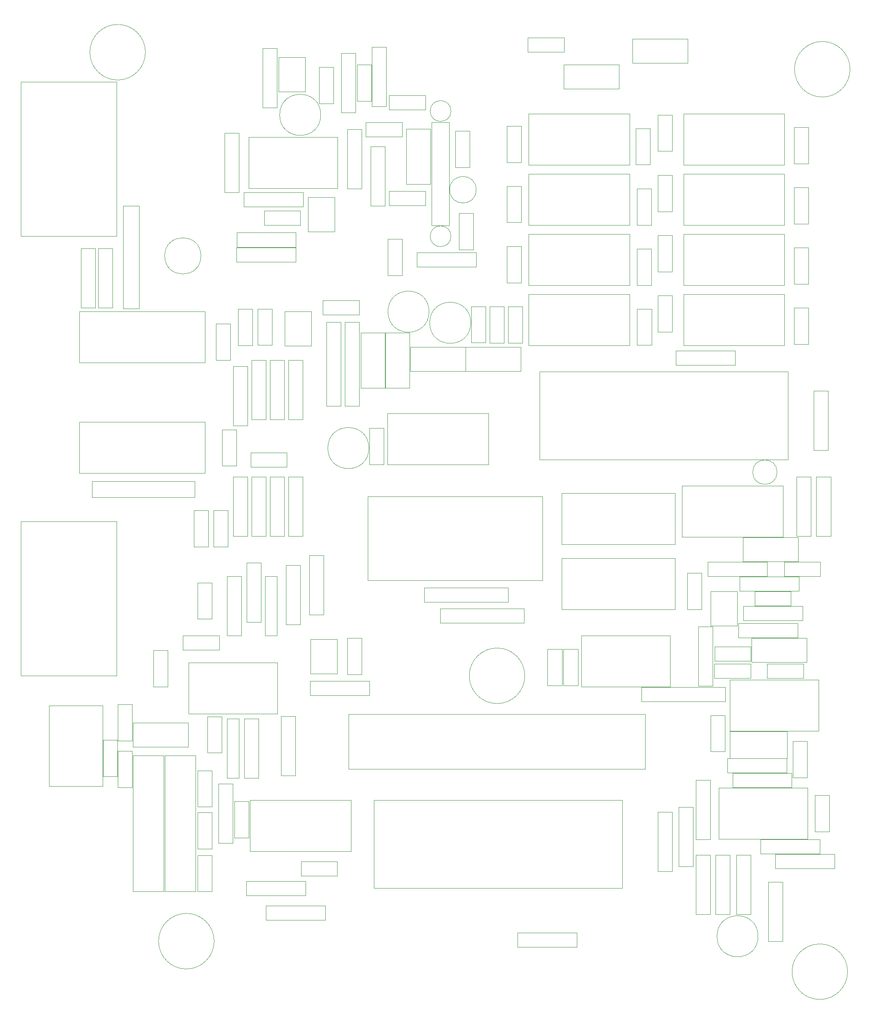
<source format=gbr>
%TF.GenerationSoftware,KiCad,Pcbnew,7.0.11-7.0.11~ubuntu22.04.1*%
%TF.CreationDate,2024-11-08T14:06:27-05:00*%
%TF.ProjectId,coleco_original_main_only,636f6c65-636f-45f6-9f72-6967696e616c,DEV*%
%TF.SameCoordinates,Original*%
%TF.FileFunction,Other,User*%
%FSLAX46Y46*%
G04 Gerber Fmt 4.6, Leading zero omitted, Abs format (unit mm)*
G04 Created by KiCad (PCBNEW 7.0.11-7.0.11~ubuntu22.04.1) date 2024-11-08 14:06:27*
%MOMM*%
%LPD*%
G01*
G04 APERTURE LIST*
%ADD10C,0.050000*%
%ADD11C,0.100000*%
G04 APERTURE END LIST*
D10*
%TO.C,C46*%
X40362000Y-164537000D02*
X37362000Y-164537000D01*
X37362000Y-164537000D02*
X37362000Y-172037000D01*
X40362000Y-172037000D02*
X40362000Y-164537000D01*
X37362000Y-172037000D02*
X40362000Y-172037000D01*
%TO.C,CR1*%
X59964000Y-179751000D02*
X62464000Y-179751000D01*
X62464000Y-179751000D02*
X62464000Y-167491000D01*
X59964000Y-167491000D02*
X59964000Y-179751000D01*
X62464000Y-167491000D02*
X59964000Y-167491000D01*
%TO.C,R23*%
X75160000Y-135741000D02*
X72160000Y-135741000D01*
X72160000Y-135741000D02*
X72160000Y-148001000D01*
X75160000Y-148001000D02*
X75160000Y-135741000D01*
X72160000Y-148001000D02*
X75160000Y-148001000D01*
%TO.C,U1*%
X141753000Y-184333000D02*
X90403000Y-184333000D01*
X90403000Y-184333000D02*
X90403000Y-202533000D01*
X141753000Y-202533000D02*
X141753000Y-184333000D01*
X90403000Y-202533000D02*
X141753000Y-202533000D01*
%TO.C,C92*%
X171764000Y-156119000D02*
X171764000Y-159119000D01*
X171764000Y-159119000D02*
X179264000Y-159119000D01*
X179264000Y-156119000D02*
X171764000Y-156119000D01*
X179264000Y-159119000D02*
X179264000Y-156119000D01*
%TO.C,C103*%
X87860000Y-150821000D02*
X84860000Y-150821000D01*
X84860000Y-150821000D02*
X84860000Y-158321000D01*
X87860000Y-158321000D02*
X87860000Y-150821000D01*
X84860000Y-158321000D02*
X87860000Y-158321000D01*
%TO.C,R39*%
X159478000Y-135037000D02*
X159478000Y-138037000D01*
X159478000Y-138037000D02*
X171738000Y-138037000D01*
X171738000Y-135037000D02*
X159478000Y-135037000D01*
X171738000Y-138037000D02*
X171738000Y-135037000D01*
%TO.C,C49*%
X56872000Y-195739000D02*
X53872000Y-195739000D01*
X53872000Y-195739000D02*
X53872000Y-203239000D01*
X56872000Y-203239000D02*
X56872000Y-195739000D01*
X53872000Y-203239000D02*
X56872000Y-203239000D01*
%TO.C,C31*%
X152122000Y-67509000D02*
X149122000Y-67509000D01*
X149122000Y-67509000D02*
X149122000Y-75009000D01*
X152122000Y-75009000D02*
X152122000Y-67509000D01*
X149122000Y-75009000D02*
X152122000Y-75009000D01*
%TO.C,H14*%
X106324000Y-67669000D02*
G75*
G03*
X102024000Y-67669000I-2150000J0D01*
G01*
X102024000Y-67669000D02*
G75*
G03*
X106324000Y-67669000I2150000J0D01*
G01*
%TO.C,R13*%
X166082000Y-138085000D02*
X166082000Y-141085000D01*
X166082000Y-141085000D02*
X178342000Y-141085000D01*
X178342000Y-138085000D02*
X166082000Y-138085000D01*
X178342000Y-141085000D02*
X178342000Y-138085000D01*
%TO.C,C90*%
X160882000Y-152563000D02*
X160882000Y-155563000D01*
X160882000Y-155563000D02*
X168382000Y-155563000D01*
X168382000Y-152563000D02*
X160882000Y-152563000D01*
X168382000Y-155563000D02*
X168382000Y-152563000D01*
%TO.C,Q4*%
X77464000Y-83203000D02*
X71904000Y-83203000D01*
X77464000Y-83203000D02*
X77464000Y-90303000D01*
X71904000Y-90303000D02*
X71904000Y-83203000D01*
X71904000Y-90303000D02*
X77464000Y-90303000D01*
%TO.C,C1*%
X180062000Y-172157000D02*
X177062000Y-172157000D01*
X177062000Y-172157000D02*
X177062000Y-179657000D01*
X180062000Y-179657000D02*
X180062000Y-172157000D01*
X177062000Y-179657000D02*
X180062000Y-179657000D01*
%TO.C,C91*%
X160842000Y-156119000D02*
X160842000Y-159119000D01*
X160842000Y-159119000D02*
X168342000Y-159119000D01*
X168342000Y-156119000D02*
X160842000Y-156119000D01*
X168342000Y-159119000D02*
X168342000Y-156119000D01*
%TO.C,C65*%
X58360000Y-153277000D02*
X58360000Y-150277000D01*
X58360000Y-150277000D02*
X50860000Y-150277000D01*
X50860000Y-153277000D02*
X58360000Y-153277000D01*
X50860000Y-150277000D02*
X50860000Y-153277000D01*
%TO.C,U2*%
X125238000Y-121512000D02*
X89138000Y-121512000D01*
X89138000Y-121512000D02*
X89138000Y-138862000D01*
X125238000Y-138862000D02*
X125238000Y-121512000D01*
X89138000Y-138862000D02*
X125238000Y-138862000D01*
%TO.C,C8*%
X64492000Y-184603000D02*
X61492000Y-184603000D01*
X61492000Y-184603000D02*
X61492000Y-192103000D01*
X64492000Y-192103000D02*
X64492000Y-184603000D01*
X61492000Y-192103000D02*
X64492000Y-192103000D01*
%TO.C,L17*%
X178156000Y-134973000D02*
X178156000Y-129973000D01*
X178156000Y-129973000D02*
X166776000Y-129973000D01*
X166776000Y-134973000D02*
X178156000Y-134973000D01*
X166776000Y-129973000D02*
X166776000Y-134973000D01*
%TO.C,J5*%
X37112331Y-35751000D02*
X17312331Y-35751000D01*
X17312331Y-35751000D02*
X17312331Y-67651000D01*
X37112331Y-67651000D02*
X37112331Y-35751000D01*
X17312331Y-67651000D02*
X37112331Y-67651000D01*
%TO.C,C36*%
X101786000Y-83273094D02*
G75*
G03*
X93286000Y-83273094I-4250000J0D01*
G01*
X93286000Y-83273094D02*
G75*
G03*
X101786000Y-83273094I4250000J0D01*
G01*
%TO.C,UR25*%
X38482000Y-82621000D02*
X41782000Y-82621000D01*
X41782000Y-82621000D02*
X41782000Y-61421000D01*
X38482000Y-61421000D02*
X38482000Y-82621000D01*
X41782000Y-61421000D02*
X38482000Y-61421000D01*
%TO.C,C48*%
X40362000Y-174189000D02*
X37362000Y-174189000D01*
X37362000Y-174189000D02*
X37362000Y-181689000D01*
X40362000Y-181689000D02*
X40362000Y-174189000D01*
X37362000Y-181689000D02*
X40362000Y-181689000D01*
%TO.C,R8*%
X164060000Y-195685000D02*
X161060000Y-195685000D01*
X161060000Y-195685000D02*
X161060000Y-207945000D01*
X164060000Y-207945000D02*
X164060000Y-195685000D01*
X161060000Y-207945000D02*
X164060000Y-207945000D01*
%TO.C,R67*%
X29742000Y-82469000D02*
X32742000Y-82469000D01*
X32742000Y-82469000D02*
X32742000Y-70209000D01*
X29742000Y-70209000D02*
X29742000Y-82469000D01*
X32742000Y-70209000D02*
X29742000Y-70209000D01*
%TO.C,R34*%
X72668000Y-105583000D02*
X75668000Y-105583000D01*
X75668000Y-105583000D02*
X75668000Y-93323000D01*
X72668000Y-93323000D02*
X72668000Y-105583000D01*
X75668000Y-93323000D02*
X72668000Y-93323000D01*
%TO.C,C4*%
X169184000Y-141133000D02*
X169184000Y-144133000D01*
X169184000Y-144133000D02*
X176684000Y-144133000D01*
X176684000Y-141133000D02*
X169184000Y-141133000D01*
X176684000Y-144133000D02*
X176684000Y-141133000D01*
%TO.C,C11*%
X181634000Y-190833000D02*
X184634000Y-190833000D01*
X184634000Y-190833000D02*
X184634000Y-183333000D01*
X181634000Y-183333000D02*
X181634000Y-190833000D01*
X184634000Y-183333000D02*
X181634000Y-183333000D01*
%TO.C,C50*%
X56872000Y-178213000D02*
X53872000Y-178213000D01*
X53872000Y-178213000D02*
X53872000Y-185713000D01*
X56872000Y-185713000D02*
X56872000Y-178213000D01*
X53872000Y-185713000D02*
X56872000Y-185713000D01*
%TO.C,R48*%
X61976000Y-66931000D02*
X61976000Y-69931000D01*
X61976000Y-69931000D02*
X74236000Y-69931000D01*
X74236000Y-66931000D02*
X61976000Y-66931000D01*
X74236000Y-69931000D02*
X74236000Y-66931000D01*
%TO.C,R35*%
X156996000Y-192451000D02*
X159996000Y-192451000D01*
X159996000Y-192451000D02*
X159996000Y-180191000D01*
X156996000Y-180191000D02*
X156996000Y-192451000D01*
X159996000Y-180191000D02*
X156996000Y-180191000D01*
%TO.C,C100*%
X93532000Y-38517000D02*
X93532000Y-41517000D01*
X93532000Y-41517000D02*
X101032000Y-41517000D01*
X101032000Y-38517000D02*
X93532000Y-38517000D01*
X101032000Y-41517000D02*
X101032000Y-38517000D01*
%TO.C,C40*%
X120880000Y-69795000D02*
X117880000Y-69795000D01*
X117880000Y-69795000D02*
X117880000Y-77295000D01*
X120880000Y-77295000D02*
X120880000Y-69795000D01*
X117880000Y-77295000D02*
X120880000Y-77295000D01*
%TO.C,R72*%
X64238000Y-94593000D02*
X61238000Y-94593000D01*
X61238000Y-94593000D02*
X61238000Y-106853000D01*
X64238000Y-106853000D02*
X64238000Y-94593000D01*
X61238000Y-106853000D02*
X64238000Y-106853000D01*
%TO.C,U24*%
X70384000Y-155915000D02*
X52034000Y-155915000D01*
X52034000Y-155915000D02*
X52034000Y-166465000D01*
X70384000Y-166465000D02*
X70384000Y-155915000D01*
X52034000Y-166465000D02*
X70384000Y-166465000D01*
%TO.C,U7*%
X180112000Y-181823000D02*
X161762000Y-181823000D01*
X161762000Y-181823000D02*
X161762000Y-192373000D01*
X180112000Y-192373000D02*
X180112000Y-181823000D01*
X161762000Y-192373000D02*
X180112000Y-192373000D01*
%TO.C,U6*%
X175017000Y-119324000D02*
X154167000Y-119324000D01*
X154167000Y-119324000D02*
X154167000Y-129874000D01*
X175017000Y-129874000D02*
X175017000Y-119324000D01*
X154167000Y-129874000D02*
X175017000Y-129874000D01*
%TO.C,C2*%
X82784000Y-200013000D02*
X82784000Y-197013000D01*
X82784000Y-197013000D02*
X75284000Y-197013000D01*
X75284000Y-200013000D02*
X82784000Y-200013000D01*
X75284000Y-197013000D02*
X75284000Y-200013000D01*
%TO.C,L9*%
X141072000Y-37183000D02*
X141072000Y-32183000D01*
X141072000Y-32183000D02*
X129692000Y-32183000D01*
X129692000Y-37183000D02*
X141072000Y-37183000D01*
X129692000Y-32183000D02*
X129692000Y-37183000D01*
%TO.C,H5*%
X121608000Y-158601000D02*
G75*
G03*
X110108000Y-158601000I-5750000J0D01*
G01*
X110108000Y-158601000D02*
G75*
G03*
X121608000Y-158601000I5750000J0D01*
G01*
%TO.C,C60*%
X79816000Y-80935000D02*
X79816000Y-83935000D01*
X79816000Y-83935000D02*
X87316000Y-83935000D01*
X87316000Y-80935000D02*
X79816000Y-80935000D01*
X87316000Y-83935000D02*
X87316000Y-80935000D01*
%TO.C,R14*%
X80298000Y-209157000D02*
X80298000Y-206157000D01*
X80298000Y-206157000D02*
X68038000Y-206157000D01*
X68038000Y-209157000D02*
X80298000Y-209157000D01*
X68038000Y-206157000D02*
X68038000Y-209157000D01*
%TO.C,R49*%
X74202000Y-73013000D02*
X74202000Y-70013000D01*
X74202000Y-70013000D02*
X61942000Y-70013000D01*
X61942000Y-73013000D02*
X74202000Y-73013000D01*
X61942000Y-70013000D02*
X61942000Y-73013000D01*
%TO.C,U22*%
X182403000Y-159456000D02*
X164053000Y-159456000D01*
X164053000Y-159456000D02*
X164053000Y-170006000D01*
X182403000Y-170006000D02*
X182403000Y-159456000D01*
X164053000Y-170006000D02*
X182403000Y-170006000D01*
%TO.C,C26*%
X180316000Y-57603000D02*
X177316000Y-57603000D01*
X177316000Y-57603000D02*
X177316000Y-65103000D01*
X180316000Y-65103000D02*
X180316000Y-57603000D01*
X177316000Y-65103000D02*
X180316000Y-65103000D01*
%TO.C,R19*%
X71858000Y-93323000D02*
X68858000Y-93323000D01*
X68858000Y-93323000D02*
X68858000Y-105583000D01*
X71858000Y-105583000D02*
X71858000Y-93323000D01*
X68858000Y-105583000D02*
X71858000Y-105583000D01*
%TO.C,L5*%
X47142000Y-203165000D02*
X53442000Y-203165000D01*
X53442000Y-203165000D02*
X53442000Y-175065000D01*
X47142000Y-175065000D02*
X47142000Y-203165000D01*
X53442000Y-175065000D02*
X47142000Y-175065000D01*
%TO.C,R25*%
X72668000Y-129713000D02*
X75668000Y-129713000D01*
X75668000Y-129713000D02*
X75668000Y-117453000D01*
X72668000Y-117453000D02*
X72668000Y-129713000D01*
X75668000Y-117453000D02*
X72668000Y-117453000D01*
%TO.C,C32*%
X120880000Y-44903000D02*
X117880000Y-44903000D01*
X117880000Y-44903000D02*
X117880000Y-52403000D01*
X120880000Y-52403000D02*
X120880000Y-44903000D01*
X117880000Y-52403000D02*
X120880000Y-52403000D01*
%TO.C,H13*%
X54584000Y-71733000D02*
G75*
G03*
X47084000Y-71733000I-3750000J0D01*
G01*
X47084000Y-71733000D02*
G75*
G03*
X54584000Y-71733000I3750000J0D01*
G01*
%TO.C,C28*%
X152122000Y-55063000D02*
X149122000Y-55063000D01*
X149122000Y-55063000D02*
X149122000Y-62563000D01*
X152122000Y-62563000D02*
X152122000Y-55063000D01*
X149122000Y-62563000D02*
X152122000Y-62563000D01*
%TO.C,R12*%
X76234000Y-204077000D02*
X76234000Y-201077000D01*
X76234000Y-201077000D02*
X63974000Y-201077000D01*
X63974000Y-204077000D02*
X76234000Y-204077000D01*
X63974000Y-201077000D02*
X63974000Y-204077000D01*
%TO.C,C64*%
X79018000Y-40211000D02*
X82018000Y-40211000D01*
X82018000Y-40211000D02*
X82018000Y-32711000D01*
X79018000Y-32711000D02*
X79018000Y-40211000D01*
X82018000Y-32711000D02*
X79018000Y-32711000D01*
%TO.C,C37*%
X120880000Y-57309000D02*
X117880000Y-57309000D01*
X117880000Y-57309000D02*
X117880000Y-64809000D01*
X120880000Y-64809000D02*
X120880000Y-57309000D01*
X117880000Y-64809000D02*
X120880000Y-64809000D01*
%TO.C,H1*%
X57312000Y-213499000D02*
G75*
G03*
X45812000Y-213499000I-5750000J0D01*
G01*
X45812000Y-213499000D02*
G75*
G03*
X57312000Y-213499000I5750000J0D01*
G01*
%TO.C,L2*%
X97942000Y-90603000D02*
X97942000Y-95603000D01*
X97942000Y-95603000D02*
X109322000Y-95603000D01*
X109322000Y-90603000D02*
X97942000Y-90603000D01*
X109322000Y-95603000D02*
X109322000Y-90603000D01*
%TO.C,C87*%
X111551774Y-58051000D02*
G75*
G03*
X106051774Y-58051000I-2750000J0D01*
G01*
X106051774Y-58051000D02*
G75*
G03*
X111551774Y-58051000I2750000J0D01*
G01*
%TO.C,R62*%
X160504000Y-148441000D02*
X157504000Y-148441000D01*
X157504000Y-148441000D02*
X157504000Y-160701000D01*
X160504000Y-160701000D02*
X160504000Y-148441000D01*
X157504000Y-160701000D02*
X160504000Y-160701000D01*
%TO.C,Q6*%
X70626000Y-37725000D02*
X76186000Y-37725000D01*
X70626000Y-37725000D02*
X70626000Y-30625000D01*
X76186000Y-30625000D02*
X76186000Y-37725000D01*
X76186000Y-30625000D02*
X70626000Y-30625000D01*
%TO.C,R75*%
X175802000Y-178677000D02*
X175802000Y-175677000D01*
X175802000Y-175677000D02*
X163542000Y-175677000D01*
X163542000Y-178677000D02*
X175802000Y-178677000D01*
X163542000Y-175677000D02*
X163542000Y-178677000D01*
%TO.C,J6*%
X37112331Y-126683000D02*
X17312331Y-126683000D01*
X17312331Y-126683000D02*
X17312331Y-158583000D01*
X37112331Y-158583000D02*
X37112331Y-126683000D01*
X17312331Y-158583000D02*
X37112331Y-158583000D01*
%TO.C,R26*%
X132368000Y-214745000D02*
X132368000Y-211745000D01*
X132368000Y-211745000D02*
X120108000Y-211745000D01*
X120108000Y-214745000D02*
X132368000Y-214745000D01*
X120108000Y-211745000D02*
X120108000Y-214745000D01*
%TO.C,C102*%
X69318000Y-82709000D02*
X66318000Y-82709000D01*
X66318000Y-82709000D02*
X66318000Y-90209000D01*
X69318000Y-90209000D02*
X69318000Y-82709000D01*
X66318000Y-90209000D02*
X69318000Y-90209000D01*
%TO.C,L3*%
X109372000Y-90603000D02*
X109372000Y-95603000D01*
X109372000Y-95603000D02*
X120752000Y-95603000D01*
X120752000Y-90603000D02*
X109372000Y-90603000D01*
X120752000Y-95603000D02*
X120752000Y-90603000D01*
%TO.C,U8*%
X151669000Y-150312000D02*
X133319000Y-150312000D01*
X133319000Y-150312000D02*
X133319000Y-160862000D01*
X151669000Y-160862000D02*
X151669000Y-150312000D01*
X133319000Y-160862000D02*
X151669000Y-160862000D01*
%TO.C,R55*%
X59460000Y-58593000D02*
X62460000Y-58593000D01*
X62460000Y-58593000D02*
X62460000Y-46333000D01*
X59460000Y-46333000D02*
X59460000Y-58593000D01*
X62460000Y-46333000D02*
X59460000Y-46333000D01*
%TO.C,R43*%
X70334000Y-28807000D02*
X67334000Y-28807000D01*
X67334000Y-28807000D02*
X67334000Y-41067000D01*
X70334000Y-41067000D02*
X70334000Y-28807000D01*
X67334000Y-41067000D02*
X70334000Y-41067000D01*
%TO.C,C34*%
X110422000Y-85571423D02*
G75*
G03*
X101922000Y-85571423I-4250000J0D01*
G01*
X101922000Y-85571423D02*
G75*
G03*
X110422000Y-85571423I4250000J0D01*
G01*
%TO.C,WJ3*%
X83542000Y-85449000D02*
X80542000Y-85449000D01*
X80542000Y-85449000D02*
X80542000Y-102789000D01*
X83542000Y-102789000D02*
X83542000Y-85449000D01*
X80542000Y-102789000D02*
X83542000Y-102789000D01*
%TO.C,R60*%
X177824000Y-129713000D02*
X180824000Y-129713000D01*
X180824000Y-129713000D02*
X180824000Y-117453000D01*
X177824000Y-117453000D02*
X177824000Y-129713000D01*
X180824000Y-117453000D02*
X177824000Y-117453000D01*
%TO.C,C24*%
X147804000Y-57857000D02*
X144804000Y-57857000D01*
X144804000Y-57857000D02*
X144804000Y-65357000D01*
X147804000Y-65357000D02*
X147804000Y-57857000D01*
X144804000Y-65357000D02*
X147804000Y-65357000D01*
%TO.C,R71*%
X79986000Y-133709000D02*
X76986000Y-133709000D01*
X76986000Y-133709000D02*
X76986000Y-145969000D01*
X79986000Y-145969000D02*
X79986000Y-133709000D01*
X76986000Y-145969000D02*
X79986000Y-145969000D01*
%TO.C,U4*%
X152670000Y-134310000D02*
X129270000Y-134310000D01*
X129270000Y-134310000D02*
X129270000Y-144860000D01*
X152670000Y-144860000D02*
X152670000Y-134310000D01*
X129270000Y-144860000D02*
X152670000Y-144860000D01*
%TO.C,R17*%
X153440000Y-198039000D02*
X156440000Y-198039000D01*
X156440000Y-198039000D02*
X156440000Y-185779000D01*
X153440000Y-185779000D02*
X153440000Y-198039000D01*
X156440000Y-185779000D02*
X153440000Y-185779000D01*
%TO.C,C22*%
X152122000Y-42577000D02*
X149122000Y-42577000D01*
X149122000Y-42577000D02*
X149122000Y-50077000D01*
X152122000Y-50077000D02*
X152122000Y-42577000D01*
X149122000Y-50077000D02*
X152122000Y-50077000D01*
%TO.C,R69*%
X65048000Y-105583000D02*
X68048000Y-105583000D01*
X68048000Y-105583000D02*
X68048000Y-93323000D01*
X65048000Y-93323000D02*
X65048000Y-105583000D01*
X68048000Y-93323000D02*
X65048000Y-93323000D01*
%TO.C,C68*%
X79374698Y-42557000D02*
G75*
G03*
X70874698Y-42557000I-4250000J0D01*
G01*
X70874698Y-42557000D02*
G75*
G03*
X79374698Y-42557000I4250000J0D01*
G01*
%TO.C,C29*%
X180316000Y-70049000D02*
X177316000Y-70049000D01*
X177316000Y-70049000D02*
X177316000Y-77549000D01*
X180316000Y-77549000D02*
X180316000Y-70049000D01*
X177316000Y-77549000D02*
X180316000Y-77549000D01*
%TO.C,C42*%
X114324000Y-89741000D02*
X117324000Y-89741000D01*
X117324000Y-89741000D02*
X117324000Y-82241000D01*
X114324000Y-82241000D02*
X114324000Y-89741000D01*
X117324000Y-82241000D02*
X114324000Y-82241000D01*
%TO.C,U20*%
X93207000Y-114888000D02*
X114057000Y-114888000D01*
X114057000Y-114888000D02*
X114057000Y-104338000D01*
X93207000Y-104338000D02*
X93207000Y-114888000D01*
X114057000Y-104338000D02*
X93207000Y-104338000D01*
%TO.C,R22*%
X68048000Y-117453000D02*
X65048000Y-117453000D01*
X65048000Y-117453000D02*
X65048000Y-129713000D01*
X68048000Y-129713000D02*
X68048000Y-117453000D01*
X65048000Y-129713000D02*
X68048000Y-129713000D01*
%TO.C,U3*%
X152670000Y-120848000D02*
X129270000Y-120848000D01*
X129270000Y-120848000D02*
X129270000Y-131398000D01*
X152670000Y-131398000D02*
X152670000Y-120848000D01*
X129270000Y-131398000D02*
X152670000Y-131398000D01*
%TO.C,U19*%
X55398000Y-83271000D02*
X29448000Y-83271000D01*
X29448000Y-83271000D02*
X29448000Y-93821000D01*
X55398000Y-93821000D02*
X55398000Y-83271000D01*
X29448000Y-93821000D02*
X55398000Y-93821000D01*
%TO.C,Y1*%
X175910000Y-175659000D02*
X175910000Y-170059000D01*
X175910000Y-170059000D02*
X164010000Y-170059000D01*
X164010000Y-175659000D02*
X175910000Y-175659000D01*
X164010000Y-170059000D02*
X164010000Y-175659000D01*
%TO.C,C41*%
X113514000Y-82201000D02*
X110514000Y-82201000D01*
X110514000Y-82201000D02*
X110514000Y-89701000D01*
X113514000Y-89701000D02*
X113514000Y-82201000D01*
X110514000Y-89701000D02*
X113514000Y-89701000D01*
%TO.C,R5*%
X164592000Y-178725000D02*
X164592000Y-181725000D01*
X164592000Y-181725000D02*
X176852000Y-181725000D01*
X176852000Y-178725000D02*
X164592000Y-178725000D01*
X176852000Y-181725000D02*
X176852000Y-178725000D01*
%TO.C,R79*%
X75726000Y-61583000D02*
X75726000Y-58583000D01*
X75726000Y-58583000D02*
X63466000Y-58583000D01*
X63466000Y-61583000D02*
X75726000Y-61583000D01*
X63466000Y-58583000D02*
X63466000Y-61583000D01*
%TO.C,C21*%
X147550000Y-45371000D02*
X144550000Y-45371000D01*
X144550000Y-45371000D02*
X144550000Y-52871000D01*
X147550000Y-52871000D02*
X147550000Y-45371000D01*
X144550000Y-52871000D02*
X147550000Y-52871000D01*
%TO.C,C99*%
X56872000Y-139351000D02*
X53872000Y-139351000D01*
X53872000Y-139351000D02*
X53872000Y-146851000D01*
X56872000Y-146851000D02*
X56872000Y-139351000D01*
X53872000Y-146851000D02*
X56872000Y-146851000D01*
%TO.C,C13*%
X158218000Y-137359000D02*
X155218000Y-137359000D01*
X155218000Y-137359000D02*
X155218000Y-144859000D01*
X158218000Y-144859000D02*
X158218000Y-137359000D01*
X155218000Y-144859000D02*
X158218000Y-144859000D01*
%TO.C,C57*%
X107212000Y-53419000D02*
X110212000Y-53419000D01*
X110212000Y-53419000D02*
X110212000Y-45919000D01*
X107212000Y-45919000D02*
X107212000Y-53419000D01*
X110212000Y-45919000D02*
X107212000Y-45919000D01*
%TO.C,Q3*%
X82282000Y-59581000D02*
X76722000Y-59581000D01*
X82282000Y-59581000D02*
X82282000Y-66681000D01*
X76722000Y-66681000D02*
X76722000Y-59581000D01*
X76722000Y-66681000D02*
X82282000Y-66681000D01*
%TO.C,C30*%
X147838000Y-82709000D02*
X144838000Y-82709000D01*
X144838000Y-82709000D02*
X144838000Y-90209000D01*
X147838000Y-90209000D02*
X147838000Y-82709000D01*
X144838000Y-90209000D02*
X147838000Y-90209000D01*
%TO.C,R10*%
X156996000Y-207945000D02*
X159996000Y-207945000D01*
X159996000Y-207945000D02*
X159996000Y-195685000D01*
X156996000Y-195685000D02*
X156996000Y-207945000D01*
X159996000Y-195685000D02*
X156996000Y-195685000D01*
%TO.C,R15*%
X152122000Y-186795000D02*
X149122000Y-186795000D01*
X149122000Y-186795000D02*
X149122000Y-199055000D01*
X152122000Y-199055000D02*
X152122000Y-186795000D01*
X149122000Y-199055000D02*
X152122000Y-199055000D01*
%TO.C,R76*%
X87860000Y-45571000D02*
X84860000Y-45571000D01*
X84860000Y-45571000D02*
X84860000Y-57831000D01*
X87860000Y-57831000D02*
X87860000Y-45571000D01*
X84860000Y-57831000D02*
X87860000Y-57831000D01*
%TO.C,R21*%
X68858000Y-129713000D02*
X71858000Y-129713000D01*
X71858000Y-129713000D02*
X71858000Y-117453000D01*
X68858000Y-117453000D02*
X68858000Y-129713000D01*
X71858000Y-117453000D02*
X68858000Y-117453000D01*
%TO.C,C70*%
X163044000Y-166783000D02*
X160044000Y-166783000D01*
X160044000Y-166783000D02*
X160044000Y-174283000D01*
X163044000Y-174283000D02*
X163044000Y-166783000D01*
X160044000Y-174283000D02*
X163044000Y-174283000D01*
%TO.C,H15*%
X106324000Y-41761000D02*
G75*
G03*
X102024000Y-41761000I-2150000J0D01*
G01*
X102024000Y-41761000D02*
G75*
G03*
X106324000Y-41761000I2150000J0D01*
G01*
%TO.C,UR26*%
X53262000Y-121677000D02*
X53262000Y-118377000D01*
X53262000Y-118377000D02*
X32062000Y-118377000D01*
X32062000Y-121677000D02*
X53262000Y-121677000D01*
X32062000Y-118377000D02*
X32062000Y-121677000D01*
%TO.C,U23*%
X82835000Y-47188000D02*
X64485000Y-47188000D01*
X64485000Y-47188000D02*
X64485000Y-57738000D01*
X82835000Y-57738000D02*
X82835000Y-47188000D01*
X64485000Y-57738000D02*
X82835000Y-57738000D01*
%TO.C,U18*%
X29438000Y-116651000D02*
X55388000Y-116651000D01*
X55388000Y-116651000D02*
X55388000Y-106101000D01*
X29438000Y-106101000D02*
X29438000Y-116651000D01*
X55388000Y-106101000D02*
X29438000Y-106101000D01*
%TO.C,U10*%
X175301000Y-54813000D02*
X154451000Y-54813000D01*
X154451000Y-54813000D02*
X154451000Y-65363000D01*
X175301000Y-65363000D02*
X175301000Y-54813000D01*
X154451000Y-65363000D02*
X175301000Y-65363000D01*
%TO.C,H2*%
X43088000Y-29603000D02*
G75*
G03*
X31588000Y-29603000I-5750000J0D01*
G01*
X31588000Y-29603000D02*
G75*
G03*
X43088000Y-29603000I5750000J0D01*
G01*
%TO.C,J0*%
X34207000Y-164763000D02*
X23197000Y-164763000D01*
X23197000Y-164763000D02*
X23197000Y-181463000D01*
X34207000Y-181463000D02*
X34207000Y-164763000D01*
X23197000Y-181463000D02*
X34207000Y-181463000D01*
%TO.C,C10*%
X57682000Y-93297000D02*
X60682000Y-93297000D01*
X60682000Y-93297000D02*
X60682000Y-85797000D01*
X57682000Y-85797000D02*
X57682000Y-93297000D01*
X60682000Y-85797000D02*
X57682000Y-85797000D01*
%TO.C,L14*%
X179934000Y-155801000D02*
X179934000Y-150801000D01*
X179934000Y-150801000D02*
X168554000Y-150801000D01*
X168554000Y-155801000D02*
X179934000Y-155801000D01*
X168554000Y-150801000D02*
X168554000Y-155801000D01*
%TO.C,C104*%
X44728000Y-160861000D02*
X47728000Y-160861000D01*
X47728000Y-160861000D02*
X47728000Y-153361000D01*
X44728000Y-153361000D02*
X44728000Y-160861000D01*
X47728000Y-153361000D02*
X44728000Y-153361000D01*
%TO.C,CR2*%
X67838000Y-150287000D02*
X70338000Y-150287000D01*
X70338000Y-150287000D02*
X70338000Y-138027000D01*
X67838000Y-138027000D02*
X67838000Y-150287000D01*
X70338000Y-138027000D02*
X67838000Y-138027000D01*
%TO.C,C88*%
X129734000Y-29579000D02*
X129734000Y-26579000D01*
X129734000Y-26579000D02*
X122234000Y-26579000D01*
X122234000Y-29579000D02*
X129734000Y-29579000D01*
X122234000Y-26579000D02*
X122234000Y-29579000D01*
%TO.C,R78*%
X185708000Y-198489000D02*
X185708000Y-195489000D01*
X185708000Y-195489000D02*
X173448000Y-195489000D01*
X173448000Y-198489000D02*
X185708000Y-198489000D01*
X173448000Y-195489000D02*
X173448000Y-198489000D01*
%TO.C,U15*%
X143267000Y-42362000D02*
X122417000Y-42362000D01*
X122417000Y-42362000D02*
X122417000Y-52912000D01*
X143267000Y-52912000D02*
X143267000Y-42362000D01*
X122417000Y-52912000D02*
X143267000Y-52912000D01*
%TO.C,R20*%
X61238000Y-129713000D02*
X64238000Y-129713000D01*
X64238000Y-129713000D02*
X64238000Y-117453000D01*
X61238000Y-117453000D02*
X61238000Y-129713000D01*
X64238000Y-117453000D02*
X61238000Y-117453000D01*
%TO.C,R41*%
X99280000Y-71029000D02*
X99280000Y-74029000D01*
X99280000Y-74029000D02*
X111540000Y-74029000D01*
X111540000Y-71029000D02*
X99280000Y-71029000D01*
X111540000Y-74029000D02*
X111540000Y-71029000D01*
%TO.C,WJ2*%
X84352000Y-102789000D02*
X87352000Y-102789000D01*
X87352000Y-102789000D02*
X87352000Y-85449000D01*
X84352000Y-85449000D02*
X84352000Y-102789000D01*
X87352000Y-85449000D02*
X84352000Y-85449000D01*
%TO.C,R1*%
X63524000Y-179751000D02*
X66524000Y-179751000D01*
X66524000Y-179751000D02*
X66524000Y-167491000D01*
X63524000Y-167491000D02*
X63524000Y-179751000D01*
X66524000Y-167491000D02*
X63524000Y-167491000D01*
%TO.C,C12*%
X61952000Y-107681000D02*
X58952000Y-107681000D01*
X58952000Y-107681000D02*
X58952000Y-115181000D01*
X61952000Y-115181000D02*
X61952000Y-107681000D01*
X58952000Y-115181000D02*
X61952000Y-115181000D01*
%TO.C,R11*%
X166844000Y-144181000D02*
X166844000Y-147181000D01*
X166844000Y-147181000D02*
X179104000Y-147181000D01*
X179104000Y-144181000D02*
X166844000Y-144181000D01*
X179104000Y-147181000D02*
X179104000Y-144181000D01*
%TO.C,C23*%
X180316000Y-45157000D02*
X177316000Y-45157000D01*
X177316000Y-45157000D02*
X177316000Y-52657000D01*
X180316000Y-52657000D02*
X180316000Y-45157000D01*
X177316000Y-52657000D02*
X180316000Y-52657000D01*
%TO.C,C17*%
X64870000Y-112431000D02*
X64870000Y-115431000D01*
X64870000Y-115431000D02*
X72370000Y-115431000D01*
X72370000Y-112431000D02*
X64870000Y-112431000D01*
X72370000Y-115431000D02*
X72370000Y-112431000D01*
%TO.C,C44*%
X180316000Y-82495000D02*
X177316000Y-82495000D01*
X177316000Y-82495000D02*
X177316000Y-89995000D01*
X180316000Y-89995000D02*
X180316000Y-82495000D01*
X177316000Y-89995000D02*
X180316000Y-89995000D01*
%TO.C,C89*%
X92432000Y-107387000D02*
X89432000Y-107387000D01*
X89432000Y-107387000D02*
X89432000Y-114887000D01*
X92432000Y-114887000D02*
X92432000Y-107387000D01*
X89432000Y-114887000D02*
X92432000Y-114887000D01*
%TO.C,R18*%
X92686000Y-49127000D02*
X89686000Y-49127000D01*
X89686000Y-49127000D02*
X89686000Y-61387000D01*
X92686000Y-61387000D02*
X92686000Y-49127000D01*
X89686000Y-61387000D02*
X92686000Y-61387000D01*
%TO.C,Q2*%
X160034000Y-148215000D02*
X165594000Y-148215000D01*
X160034000Y-148215000D02*
X160034000Y-141115000D01*
X165594000Y-141115000D02*
X165594000Y-148215000D01*
X165594000Y-141115000D02*
X160034000Y-141115000D01*
%TO.C,R24*%
X67032000Y-135233000D02*
X64032000Y-135233000D01*
X64032000Y-135233000D02*
X64032000Y-147493000D01*
X67032000Y-147493000D02*
X67032000Y-135233000D01*
X64032000Y-147493000D02*
X67032000Y-147493000D01*
%TO.C,C61*%
X58904000Y-167043000D02*
X55904000Y-167043000D01*
X55904000Y-167043000D02*
X55904000Y-174543000D01*
X58904000Y-174543000D02*
X58904000Y-167043000D01*
X55904000Y-174543000D02*
X58904000Y-174543000D01*
%TO.C,C9*%
X132598000Y-153107000D02*
X129598000Y-153107000D01*
X129598000Y-153107000D02*
X129598000Y-160607000D01*
X132598000Y-160607000D02*
X132598000Y-153107000D01*
X129598000Y-160607000D02*
X132598000Y-160607000D01*
%TO.C,C66*%
X88706000Y-44105000D02*
X88706000Y-47105000D01*
X88706000Y-47105000D02*
X96206000Y-47105000D01*
X96206000Y-44105000D02*
X88706000Y-44105000D01*
X96206000Y-47105000D02*
X96206000Y-44105000D01*
%TO.C,C69*%
X67659328Y-62393000D02*
X67659328Y-65393000D01*
X67659328Y-65393000D02*
X75159328Y-65393000D01*
X75159328Y-62393000D02*
X67659328Y-62393000D01*
X75159328Y-65393000D02*
X75159328Y-62393000D01*
%TO.C,U16*%
X143267000Y-79715000D02*
X122417000Y-79715000D01*
X122417000Y-79715000D02*
X122417000Y-90265000D01*
X143267000Y-90265000D02*
X143267000Y-79715000D01*
X122417000Y-90265000D02*
X143267000Y-90265000D01*
%TO.C,U5*%
X85609000Y-184348000D02*
X64759000Y-184348000D01*
X64759000Y-184348000D02*
X64759000Y-194898000D01*
X85609000Y-194898000D02*
X85609000Y-184348000D01*
X64759000Y-194898000D02*
X85609000Y-194898000D01*
%TO.C,WJ1*%
X145762000Y-160945000D02*
X145762000Y-163945000D01*
X145762000Y-163945000D02*
X163102000Y-163945000D01*
X163102000Y-160945000D02*
X145762000Y-160945000D01*
X163102000Y-163945000D02*
X163102000Y-160945000D01*
%TO.C,L8*%
X92670000Y-87667000D02*
X87670000Y-87667000D01*
X87670000Y-87667000D02*
X87670000Y-99047000D01*
X92670000Y-99047000D02*
X92670000Y-87667000D01*
X87670000Y-99047000D02*
X92670000Y-99047000D01*
%TO.C,R16*%
X74144000Y-166949000D02*
X71144000Y-166949000D01*
X71144000Y-166949000D02*
X71144000Y-179209000D01*
X74144000Y-179209000D02*
X74144000Y-166949000D01*
X71144000Y-179209000D02*
X74144000Y-179209000D01*
%TO.C,H4*%
X188918000Y-33125000D02*
G75*
G03*
X177418000Y-33125000I-5750000J0D01*
G01*
X177418000Y-33125000D02*
G75*
G03*
X188918000Y-33125000I5750000J0D01*
G01*
%TO.C,C16*%
X89340000Y-111488349D02*
G75*
G03*
X80840000Y-111488349I-4250000J0D01*
G01*
X80840000Y-111488349D02*
G75*
G03*
X89340000Y-111488349I4250000J0D01*
G01*
%TO.C,C45*%
X152122000Y-79955000D02*
X149122000Y-79955000D01*
X149122000Y-79955000D02*
X149122000Y-87455000D01*
X152122000Y-87455000D02*
X152122000Y-79955000D01*
X149122000Y-87455000D02*
X152122000Y-87455000D01*
%TO.C,R37*%
X58190000Y-193213000D02*
X61190000Y-193213000D01*
X61190000Y-193213000D02*
X61190000Y-180953000D01*
X58190000Y-180953000D02*
X58190000Y-193213000D01*
X61190000Y-180953000D02*
X58190000Y-180953000D01*
%TO.C,L15*%
X97750000Y-87667000D02*
X92750000Y-87667000D01*
X92750000Y-87667000D02*
X92750000Y-99047000D01*
X97750000Y-99047000D02*
X97750000Y-87667000D01*
X92750000Y-99047000D02*
X97750000Y-99047000D01*
D11*
%TO.C,J1*%
X146479000Y-177887000D02*
X85169000Y-177887000D01*
X146479000Y-166537000D02*
X146479000Y-177887000D01*
X85169000Y-177887000D02*
X85169000Y-166537000D01*
X85169000Y-166537000D02*
X146479000Y-166537000D01*
D10*
%TO.C,R9*%
X174982000Y-201273000D02*
X171982000Y-201273000D01*
X171982000Y-201273000D02*
X171982000Y-213533000D01*
X174982000Y-213533000D02*
X174982000Y-201273000D01*
X171982000Y-213533000D02*
X174982000Y-213533000D01*
%TO.C,U9*%
X176043000Y-95667000D02*
X124693000Y-95667000D01*
X124693000Y-95667000D02*
X124693000Y-113867000D01*
X176043000Y-113867000D02*
X176043000Y-95667000D01*
X124693000Y-113867000D02*
X176043000Y-113867000D01*
%TO.C,C3*%
X169879255Y-212483000D02*
G75*
G03*
X161379255Y-212483000I-4250000J0D01*
G01*
X161379255Y-212483000D02*
G75*
G03*
X169879255Y-212483000I4250000J0D01*
G01*
%TO.C,R65*%
X33298000Y-82469000D02*
X36298000Y-82469000D01*
X36298000Y-82469000D02*
X36298000Y-70209000D01*
X33298000Y-70209000D02*
X33298000Y-82469000D01*
X36298000Y-70209000D02*
X33298000Y-70209000D01*
%TO.C,R61*%
X184922000Y-117419000D02*
X181922000Y-117419000D01*
X181922000Y-117419000D02*
X181922000Y-129679000D01*
X184922000Y-129679000D02*
X184922000Y-117419000D01*
X181922000Y-129679000D02*
X184922000Y-129679000D01*
%TO.C,C27*%
X147804000Y-70303000D02*
X144804000Y-70303000D01*
X144804000Y-70303000D02*
X144804000Y-77803000D01*
X147804000Y-77803000D02*
X147804000Y-70303000D01*
X144804000Y-77803000D02*
X147804000Y-77803000D01*
%TO.C,L6*%
X40538000Y-203165000D02*
X46838000Y-203165000D01*
X46838000Y-203165000D02*
X46838000Y-175065000D01*
X40538000Y-175065000D02*
X40538000Y-203165000D01*
X46838000Y-175065000D02*
X40538000Y-175065000D01*
%TO.C,U12*%
X175286000Y-79715000D02*
X154436000Y-79715000D01*
X154436000Y-79715000D02*
X154436000Y-90265000D01*
X175286000Y-90265000D02*
X175286000Y-79715000D01*
X154436000Y-90265000D02*
X175286000Y-90265000D01*
%TO.C,U13*%
X143267000Y-54813000D02*
X122417000Y-54813000D01*
X122417000Y-54813000D02*
X122417000Y-65363000D01*
X143267000Y-65363000D02*
X143267000Y-54813000D01*
X122417000Y-65363000D02*
X143267000Y-65363000D01*
%TO.C,L10*%
X97068000Y-56883000D02*
X102068000Y-56883000D01*
X102068000Y-56883000D02*
X102068000Y-45503000D01*
X97068000Y-45503000D02*
X97068000Y-56883000D01*
X102068000Y-45503000D02*
X97068000Y-45503000D01*
%TO.C,C43*%
X121134000Y-82241000D02*
X118134000Y-82241000D01*
X118134000Y-82241000D02*
X118134000Y-89741000D01*
X121134000Y-89741000D02*
X121134000Y-82241000D01*
X118134000Y-89741000D02*
X121134000Y-89741000D01*
%TO.C,L7*%
X143916000Y-26849000D02*
X143916000Y-31849000D01*
X143916000Y-31849000D02*
X155296000Y-31849000D01*
X155296000Y-26849000D02*
X143916000Y-26849000D01*
X155296000Y-31849000D02*
X155296000Y-26849000D01*
%TO.C,R70*%
X89442000Y-162675000D02*
X89442000Y-159675000D01*
X89442000Y-159675000D02*
X77182000Y-159675000D01*
X77182000Y-162675000D02*
X89442000Y-162675000D01*
X77182000Y-159675000D02*
X77182000Y-162675000D01*
%TO.C,R7*%
X168378000Y-195685000D02*
X165378000Y-195685000D01*
X165378000Y-195685000D02*
X165378000Y-207945000D01*
X168378000Y-207945000D02*
X168378000Y-195685000D01*
X165378000Y-207945000D02*
X168378000Y-207945000D01*
%TO.C,J4A1*%
X102340000Y-44074000D02*
X102340000Y-65424000D01*
X102340000Y-65424000D02*
X105940000Y-65424000D01*
X105940000Y-44074000D02*
X102340000Y-44074000D01*
X105940000Y-65424000D02*
X105940000Y-44074000D01*
%TO.C,C7*%
X129296000Y-153107000D02*
X126296000Y-153107000D01*
X126296000Y-153107000D02*
X126296000Y-160607000D01*
X129296000Y-160607000D02*
X129296000Y-153107000D01*
X126296000Y-160607000D02*
X129296000Y-160607000D01*
%TO.C,R77*%
X182660000Y-195441000D02*
X182660000Y-192441000D01*
X182660000Y-192441000D02*
X170400000Y-192441000D01*
X170400000Y-195441000D02*
X182660000Y-195441000D01*
X170400000Y-192441000D02*
X170400000Y-195441000D01*
%TO.C,R42*%
X83590000Y-42083000D02*
X86590000Y-42083000D01*
X86590000Y-42083000D02*
X86590000Y-29823000D01*
X83590000Y-29823000D02*
X83590000Y-42083000D01*
X86590000Y-29823000D02*
X83590000Y-29823000D01*
%TO.C,C101*%
X62254000Y-90249000D02*
X65254000Y-90249000D01*
X65254000Y-90249000D02*
X65254000Y-82749000D01*
X62254000Y-82749000D02*
X62254000Y-90249000D01*
X65254000Y-82749000D02*
X62254000Y-82749000D01*
%TO.C,C67*%
X93532000Y-58329000D02*
X93532000Y-61329000D01*
X93532000Y-61329000D02*
X101032000Y-61329000D01*
X101032000Y-58329000D02*
X93532000Y-58329000D01*
X101032000Y-61329000D02*
X101032000Y-58329000D01*
%TO.C,U11*%
X143267000Y-67264000D02*
X122417000Y-67264000D01*
X122417000Y-67264000D02*
X122417000Y-77814000D01*
X143267000Y-77814000D02*
X143267000Y-67264000D01*
X122417000Y-77814000D02*
X143267000Y-77814000D01*
%TO.C,C51*%
X53872000Y-194389000D02*
X56872000Y-194389000D01*
X56872000Y-194389000D02*
X56872000Y-186889000D01*
X53872000Y-186889000D02*
X53872000Y-194389000D01*
X56872000Y-186889000D02*
X53872000Y-186889000D01*
%TO.C,R6*%
X165828000Y-147737000D02*
X165828000Y-150737000D01*
X165828000Y-150737000D02*
X178088000Y-150737000D01*
X178088000Y-147737000D02*
X165828000Y-147737000D01*
X178088000Y-150737000D02*
X178088000Y-147737000D01*
%TO.C,C5*%
X175280000Y-135037000D02*
X175280000Y-138037000D01*
X175280000Y-138037000D02*
X182780000Y-138037000D01*
X182780000Y-135037000D02*
X175280000Y-135037000D01*
X182780000Y-138037000D02*
X182780000Y-135037000D01*
%TO.C,C19*%
X57174000Y-131905000D02*
X60174000Y-131905000D01*
X60174000Y-131905000D02*
X60174000Y-124405000D01*
X57174000Y-124405000D02*
X57174000Y-131905000D01*
X60174000Y-124405000D02*
X57174000Y-124405000D01*
%TO.C,L4*%
X40538000Y-168327000D02*
X40538000Y-173327000D01*
X40538000Y-173327000D02*
X51918000Y-173327000D01*
X51918000Y-168327000D02*
X40538000Y-168327000D01*
X51918000Y-173327000D02*
X51918000Y-168327000D01*
%TO.C,R27*%
X59968000Y-150287000D02*
X62968000Y-150287000D01*
X62968000Y-150287000D02*
X62968000Y-138027000D01*
X59968000Y-138027000D02*
X59968000Y-150287000D01*
X62968000Y-138027000D02*
X59968000Y-138027000D01*
%TO.C,R40*%
X89940000Y-40813000D02*
X92940000Y-40813000D01*
X92940000Y-40813000D02*
X92940000Y-28553000D01*
X89940000Y-28553000D02*
X89940000Y-40813000D01*
X92940000Y-28553000D02*
X89940000Y-28553000D01*
%TO.C,C98*%
X56110000Y-124405000D02*
X53110000Y-124405000D01*
X53110000Y-124405000D02*
X53110000Y-131905000D01*
X56110000Y-131905000D02*
X56110000Y-124405000D01*
X53110000Y-131905000D02*
X56110000Y-131905000D01*
%TO.C,C63*%
X96242000Y-68271000D02*
X93242000Y-68271000D01*
X93242000Y-68271000D02*
X93242000Y-75771000D01*
X96242000Y-75771000D02*
X96242000Y-68271000D01*
X93242000Y-75771000D02*
X96242000Y-75771000D01*
%TO.C,C78*%
X110974000Y-62937000D02*
X107974000Y-62937000D01*
X107974000Y-62937000D02*
X107974000Y-70437000D01*
X110974000Y-70437000D02*
X110974000Y-62937000D01*
X107974000Y-70437000D02*
X110974000Y-70437000D01*
%TO.C,R73*%
X184380000Y-99673000D02*
X181380000Y-99673000D01*
X181380000Y-99673000D02*
X181380000Y-111933000D01*
X184380000Y-111933000D02*
X184380000Y-99673000D01*
X181380000Y-111933000D02*
X184380000Y-111933000D01*
%TO.C,U17*%
X175301000Y-42362000D02*
X154451000Y-42362000D01*
X154451000Y-42362000D02*
X154451000Y-52912000D01*
X175301000Y-52912000D02*
X175301000Y-42362000D01*
X154451000Y-52912000D02*
X175301000Y-52912000D01*
%TO.C,H3*%
X188410000Y-219815000D02*
G75*
G03*
X176910000Y-219815000I-5750000J0D01*
G01*
X176910000Y-219815000D02*
G75*
G03*
X188410000Y-219815000I5750000J0D01*
G01*
%TO.C,C62*%
X86892000Y-39703000D02*
X89892000Y-39703000D01*
X89892000Y-39703000D02*
X89892000Y-32203000D01*
X86892000Y-32203000D02*
X86892000Y-39703000D01*
X89892000Y-32203000D02*
X86892000Y-32203000D01*
%TO.C,U14*%
X175301000Y-67264000D02*
X154451000Y-67264000D01*
X154451000Y-67264000D02*
X154451000Y-77814000D01*
X175301000Y-77814000D02*
X175301000Y-67264000D01*
X154451000Y-77814000D02*
X175301000Y-77814000D01*
%TO.C,C106*%
X173814584Y-116471000D02*
G75*
G03*
X168754584Y-116471000I-2530000J0D01*
G01*
X168754584Y-116471000D02*
G75*
G03*
X173814584Y-116471000I2530000J0D01*
G01*
%TO.C,WJ5*%
X104106000Y-144689000D02*
X104106000Y-147689000D01*
X104106000Y-147689000D02*
X121446000Y-147689000D01*
X121446000Y-144689000D02*
X104106000Y-144689000D01*
X121446000Y-147689000D02*
X121446000Y-144689000D01*
%TO.C,R64*%
X165134000Y-94349000D02*
X165134000Y-91349000D01*
X165134000Y-91349000D02*
X152874000Y-91349000D01*
X152874000Y-94349000D02*
X165134000Y-94349000D01*
X152874000Y-91349000D02*
X152874000Y-94349000D01*
%TO.C,C47*%
X37314000Y-171903000D02*
X34314000Y-171903000D01*
X34314000Y-171903000D02*
X34314000Y-179403000D01*
X37314000Y-179403000D02*
X37314000Y-171903000D01*
X34314000Y-179403000D02*
X37314000Y-179403000D01*
%TO.C,WJ4*%
X100804000Y-140371000D02*
X100804000Y-143371000D01*
X100804000Y-143371000D02*
X118144000Y-143371000D01*
X118144000Y-140371000D02*
X100804000Y-140371000D01*
X118144000Y-143371000D02*
X118144000Y-140371000D01*
%TO.C,Q5*%
X82790000Y-151021000D02*
X77230000Y-151021000D01*
X82790000Y-151021000D02*
X82790000Y-158121000D01*
X77230000Y-158121000D02*
X77230000Y-151021000D01*
X77230000Y-158121000D02*
X82790000Y-158121000D01*
%TD*%
M02*

</source>
